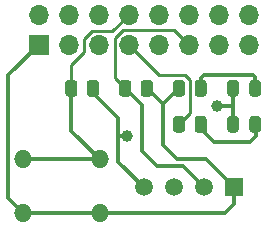
<source format=gtl>
%TF.GenerationSoftware,KiCad,Pcbnew,(5.1.9)-1*%
%TF.CreationDate,2022-01-01T15:49:24-06:00*%
%TF.ProjectId,RaspberryPiHAT,52617370-6265-4727-9279-50694841542e,1*%
%TF.SameCoordinates,Original*%
%TF.FileFunction,Copper,L1,Top*%
%TF.FilePolarity,Positive*%
%FSLAX46Y46*%
G04 Gerber Fmt 4.6, Leading zero omitted, Abs format (unit mm)*
G04 Created by KiCad (PCBNEW (5.1.9)-1) date 2022-01-01 15:49:24*
%MOMM*%
%LPD*%
G01*
G04 APERTURE LIST*
%TA.AperFunction,ComponentPad*%
%ADD10O,1.700000X1.700000*%
%TD*%
%TA.AperFunction,ComponentPad*%
%ADD11R,1.700000X1.700000*%
%TD*%
%TA.AperFunction,ComponentPad*%
%ADD12O,1.524000X1.524000*%
%TD*%
%TA.AperFunction,ComponentPad*%
%ADD13R,1.500000X1.500000*%
%TD*%
%TA.AperFunction,ComponentPad*%
%ADD14C,1.500000*%
%TD*%
%TA.AperFunction,ViaPad*%
%ADD15C,1.000000*%
%TD*%
%TA.AperFunction,Conductor*%
%ADD16C,0.300000*%
%TD*%
%TA.AperFunction,Conductor*%
%ADD17C,0.250000*%
%TD*%
G04 APERTURE END LIST*
D10*
%TO.P,J1,16*%
%TO.N,Net-(J1-Pad16)*%
X222885000Y-60579000D03*
%TO.P,J1,15*%
%TO.N,Net-(J1-Pad15)*%
X222885000Y-63119000D03*
%TO.P,J1,14*%
%TO.N,Net-(J1-Pad14)*%
X220345000Y-60579000D03*
%TO.P,J1,13*%
%TO.N,Net-(J1-Pad13)*%
X220345000Y-63119000D03*
%TO.P,J1,12*%
%TO.N,Net-(J1-Pad12)*%
X217805000Y-60579000D03*
%TO.P,J1,11*%
%TO.N,Net-(J1-Pad11)*%
X217805000Y-63119000D03*
%TO.P,J1,10*%
%TO.N,Net-(J1-Pad10)*%
X215265000Y-60579000D03*
%TO.P,J1,9*%
%TO.N,GND*%
X215265000Y-63119000D03*
%TO.P,J1,8*%
%TO.N,/button_input*%
X212725000Y-60579000D03*
%TO.P,J1,7*%
%TO.N,Net-(J1-Pad7)*%
X212725000Y-63119000D03*
%TO.P,J1,6*%
%TO.N,GND*%
X210185000Y-60579000D03*
%TO.P,J1,5*%
%TO.N,Net-(J1-Pad5)*%
X210185000Y-63119000D03*
%TO.P,J1,4*%
%TO.N,Net-(J1-Pad4)*%
X207645000Y-60579000D03*
%TO.P,J1,3*%
%TO.N,Net-(J1-Pad3)*%
X207645000Y-63119000D03*
%TO.P,J1,2*%
%TO.N,Net-(J1-Pad2)*%
X205105000Y-60579000D03*
D11*
%TO.P,J1,1*%
%TO.N,/3V3*%
X205105000Y-63119000D03*
%TD*%
%TO.P,D1,1*%
%TO.N,GND*%
%TA.AperFunction,SMDPad,CuDef*%
G36*
G01*
X221079000Y-70306250D02*
X221079000Y-69393750D01*
G75*
G02*
X221322750Y-69150000I243750J0D01*
G01*
X221810250Y-69150000D01*
G75*
G02*
X222054000Y-69393750I0J-243750D01*
G01*
X222054000Y-70306250D01*
G75*
G02*
X221810250Y-70550000I-243750J0D01*
G01*
X221322750Y-70550000D01*
G75*
G02*
X221079000Y-70306250I0J243750D01*
G01*
G37*
%TD.AperFunction*%
%TO.P,D1,2*%
%TO.N,Net-(D1-Pad2)*%
%TA.AperFunction,SMDPad,CuDef*%
G36*
G01*
X222954000Y-70306250D02*
X222954000Y-69393750D01*
G75*
G02*
X223197750Y-69150000I243750J0D01*
G01*
X223685250Y-69150000D01*
G75*
G02*
X223929000Y-69393750I0J-243750D01*
G01*
X223929000Y-70306250D01*
G75*
G02*
X223685250Y-70550000I-243750J0D01*
G01*
X223197750Y-70550000D01*
G75*
G02*
X222954000Y-70306250I0J243750D01*
G01*
G37*
%TD.AperFunction*%
%TD*%
%TO.P,D2,1*%
%TO.N,GND*%
%TA.AperFunction,SMDPad,CuDef*%
G36*
G01*
X221079000Y-67258250D02*
X221079000Y-66345750D01*
G75*
G02*
X221322750Y-66102000I243750J0D01*
G01*
X221810250Y-66102000D01*
G75*
G02*
X222054000Y-66345750I0J-243750D01*
G01*
X222054000Y-67258250D01*
G75*
G02*
X221810250Y-67502000I-243750J0D01*
G01*
X221322750Y-67502000D01*
G75*
G02*
X221079000Y-67258250I0J243750D01*
G01*
G37*
%TD.AperFunction*%
%TO.P,D2,2*%
%TO.N,Net-(D2-Pad2)*%
%TA.AperFunction,SMDPad,CuDef*%
G36*
G01*
X222954000Y-67258250D02*
X222954000Y-66345750D01*
G75*
G02*
X223197750Y-66102000I243750J0D01*
G01*
X223685250Y-66102000D01*
G75*
G02*
X223929000Y-66345750I0J-243750D01*
G01*
X223929000Y-67258250D01*
G75*
G02*
X223685250Y-67502000I-243750J0D01*
G01*
X223197750Y-67502000D01*
G75*
G02*
X222954000Y-67258250I0J243750D01*
G01*
G37*
%TD.AperFunction*%
%TD*%
%TO.P,R1,2*%
%TO.N,GND*%
%TA.AperFunction,SMDPad,CuDef*%
G36*
G01*
X209188000Y-67252001D02*
X209188000Y-66351999D01*
G75*
G02*
X209437999Y-66102000I249999J0D01*
G01*
X209963001Y-66102000D01*
G75*
G02*
X210213000Y-66351999I0J-249999D01*
G01*
X210213000Y-67252001D01*
G75*
G02*
X209963001Y-67502000I-249999J0D01*
G01*
X209437999Y-67502000D01*
G75*
G02*
X209188000Y-67252001I0J249999D01*
G01*
G37*
%TD.AperFunction*%
%TO.P,R1,1*%
%TO.N,/button_input*%
%TA.AperFunction,SMDPad,CuDef*%
G36*
G01*
X207363000Y-67252001D02*
X207363000Y-66351999D01*
G75*
G02*
X207612999Y-66102000I249999J0D01*
G01*
X208138001Y-66102000D01*
G75*
G02*
X208388000Y-66351999I0J-249999D01*
G01*
X208388000Y-67252001D01*
G75*
G02*
X208138001Y-67502000I-249999J0D01*
G01*
X207612999Y-67502000D01*
G75*
G02*
X207363000Y-67252001I0J249999D01*
G01*
G37*
%TD.AperFunction*%
%TD*%
%TO.P,R2,1*%
%TO.N,Net-(J1-Pad11)*%
%TA.AperFunction,SMDPad,CuDef*%
G36*
G01*
X211921666Y-67252001D02*
X211921666Y-66351999D01*
G75*
G02*
X212171665Y-66102000I249999J0D01*
G01*
X212696667Y-66102000D01*
G75*
G02*
X212946666Y-66351999I0J-249999D01*
G01*
X212946666Y-67252001D01*
G75*
G02*
X212696667Y-67502000I-249999J0D01*
G01*
X212171665Y-67502000D01*
G75*
G02*
X211921666Y-67252001I0J249999D01*
G01*
G37*
%TD.AperFunction*%
%TO.P,R2,2*%
%TO.N,/3V3*%
%TA.AperFunction,SMDPad,CuDef*%
G36*
G01*
X213746666Y-67252001D02*
X213746666Y-66351999D01*
G75*
G02*
X213996665Y-66102000I249999J0D01*
G01*
X214521667Y-66102000D01*
G75*
G02*
X214771666Y-66351999I0J-249999D01*
G01*
X214771666Y-67252001D01*
G75*
G02*
X214521667Y-67502000I-249999J0D01*
G01*
X213996665Y-67502000D01*
G75*
G02*
X213746666Y-67252001I0J249999D01*
G01*
G37*
%TD.AperFunction*%
%TD*%
%TO.P,R3,2*%
%TO.N,Net-(D1-Pad2)*%
%TA.AperFunction,SMDPad,CuDef*%
G36*
G01*
X218305332Y-70300001D02*
X218305332Y-69399999D01*
G75*
G02*
X218555331Y-69150000I249999J0D01*
G01*
X219080333Y-69150000D01*
G75*
G02*
X219330332Y-69399999I0J-249999D01*
G01*
X219330332Y-70300001D01*
G75*
G02*
X219080333Y-70550000I-249999J0D01*
G01*
X218555331Y-70550000D01*
G75*
G02*
X218305332Y-70300001I0J249999D01*
G01*
G37*
%TD.AperFunction*%
%TO.P,R3,1*%
%TO.N,Net-(J1-Pad7)*%
%TA.AperFunction,SMDPad,CuDef*%
G36*
G01*
X216480332Y-70300001D02*
X216480332Y-69399999D01*
G75*
G02*
X216730331Y-69150000I249999J0D01*
G01*
X217255333Y-69150000D01*
G75*
G02*
X217505332Y-69399999I0J-249999D01*
G01*
X217505332Y-70300001D01*
G75*
G02*
X217255333Y-70550000I-249999J0D01*
G01*
X216730331Y-70550000D01*
G75*
G02*
X216480332Y-70300001I0J249999D01*
G01*
G37*
%TD.AperFunction*%
%TD*%
%TO.P,R4,2*%
%TO.N,Net-(D2-Pad2)*%
%TA.AperFunction,SMDPad,CuDef*%
G36*
G01*
X218305332Y-67252001D02*
X218305332Y-66351999D01*
G75*
G02*
X218555331Y-66102000I249999J0D01*
G01*
X219080333Y-66102000D01*
G75*
G02*
X219330332Y-66351999I0J-249999D01*
G01*
X219330332Y-67252001D01*
G75*
G02*
X219080333Y-67502000I-249999J0D01*
G01*
X218555331Y-67502000D01*
G75*
G02*
X218305332Y-67252001I0J249999D01*
G01*
G37*
%TD.AperFunction*%
%TO.P,R4,1*%
%TO.N,/3V3*%
%TA.AperFunction,SMDPad,CuDef*%
G36*
G01*
X216480332Y-67252001D02*
X216480332Y-66351999D01*
G75*
G02*
X216730331Y-66102000I249999J0D01*
G01*
X217255333Y-66102000D01*
G75*
G02*
X217505332Y-66351999I0J-249999D01*
G01*
X217505332Y-67252001D01*
G75*
G02*
X217255333Y-67502000I-249999J0D01*
G01*
X216730331Y-67502000D01*
G75*
G02*
X216480332Y-67252001I0J249999D01*
G01*
G37*
%TD.AperFunction*%
%TD*%
D12*
%TO.P,SW1,2*%
%TO.N,/button_input*%
X203758800Y-72798800D03*
X210261200Y-72798800D03*
%TO.P,SW1,1*%
%TO.N,/3V3*%
X203758800Y-77320000D03*
X210261200Y-77320000D03*
%TD*%
D13*
%TO.P,U1,1*%
%TO.N,/3V3*%
X221627500Y-75184000D03*
D14*
%TO.P,U1,2*%
%TO.N,Net-(J1-Pad11)*%
X219087500Y-75184000D03*
%TO.P,U1,3*%
%TO.N,Net-(U1-Pad3)*%
X216547500Y-75184000D03*
%TO.P,U1,4*%
%TO.N,GND*%
X214007500Y-75184000D03*
%TD*%
D15*
%TO.N,GND*%
X212598000Y-70866000D03*
X220169500Y-68277500D03*
%TD*%
D16*
%TO.N,GND*%
X211836000Y-73012500D02*
X214007500Y-75184000D01*
X211836000Y-70866000D02*
X212598000Y-70866000D01*
X211836000Y-70866000D02*
X211836000Y-73012500D01*
X211836000Y-69342000D02*
X211836000Y-70866000D01*
X209700500Y-67206500D02*
X211836000Y-69342000D01*
X209700500Y-66802000D02*
X209700500Y-67206500D01*
X221566500Y-66802000D02*
X221566500Y-68277500D01*
X221566500Y-68277500D02*
X221566500Y-69850000D01*
X220169500Y-68277500D02*
X219885500Y-68277500D01*
X220169500Y-68277500D02*
X221566500Y-68277500D01*
%TO.N,Net-(D1-Pad2)*%
X223520000Y-69850000D02*
X223520000Y-70866000D01*
X223520000Y-70866000D02*
X223012000Y-71374000D01*
X223012000Y-71374000D02*
X219964000Y-71374000D01*
X219208832Y-70618832D02*
X219208832Y-69850000D01*
X219964000Y-71374000D02*
X219208832Y-70618832D01*
%TO.N,Net-(D2-Pad2)*%
X218817832Y-65916168D02*
X218817832Y-66802000D01*
X219082010Y-65651990D02*
X218817832Y-65916168D01*
X223258990Y-65651990D02*
X219082010Y-65651990D01*
X223441500Y-65834500D02*
X223258990Y-65651990D01*
X223441500Y-66802000D02*
X223441500Y-65834500D01*
%TO.N,/3V3*%
X205105000Y-63119000D02*
X205720998Y-63119000D01*
X221627500Y-75184000D02*
X221627500Y-76593500D01*
X221627500Y-76593500D02*
X220901000Y-77320000D01*
X210261200Y-77320000D02*
X203758800Y-77320000D01*
X202546799Y-76107999D02*
X202546799Y-65677201D01*
X202546799Y-65677201D02*
X205105000Y-63119000D01*
X203758800Y-77320000D02*
X202546799Y-76107999D01*
X220901000Y-77320000D02*
X210261200Y-77320000D01*
X219249490Y-72805990D02*
X216823990Y-72805990D01*
X221627500Y-75184000D02*
X219249490Y-72805990D01*
X216823990Y-72805990D02*
X215646000Y-71628000D01*
X215646000Y-68148832D02*
X216992832Y-66802000D01*
X215646000Y-71628000D02*
X215646000Y-68148832D01*
X215605998Y-68148832D02*
X214259166Y-66802000D01*
X215646000Y-68148832D02*
X215605998Y-68148832D01*
D17*
%TO.N,Net-(J1-Pad7)*%
X217930342Y-68912490D02*
X216992832Y-69850000D01*
X217930342Y-66072398D02*
X217930342Y-68912490D01*
X217534934Y-65676990D02*
X217930342Y-66072398D01*
X215282990Y-65676990D02*
X217534934Y-65676990D01*
X212725000Y-63119000D02*
X215282990Y-65676990D01*
D16*
%TO.N,/button_input*%
X203758800Y-72798800D02*
X210261200Y-72798800D01*
X207875500Y-70413100D02*
X210261200Y-72798800D01*
X207875500Y-66802000D02*
X207875500Y-70413100D01*
D17*
X207875500Y-66802000D02*
X207875500Y-64793500D01*
X207875500Y-64793500D02*
X208915000Y-63754000D01*
X211360001Y-61943999D02*
X212725000Y-60579000D01*
X209620999Y-61943999D02*
X211360001Y-61943999D01*
X208915000Y-62649998D02*
X209620999Y-61943999D01*
X208915000Y-63754000D02*
X208915000Y-62649998D01*
D16*
%TO.N,Net-(J1-Pad11)*%
X212434166Y-66802000D02*
X212434166Y-67400166D01*
X219087500Y-74815500D02*
X219087500Y-75184000D01*
X213868000Y-68235834D02*
X212434166Y-66802000D01*
X215138000Y-73406000D02*
X213868000Y-72136000D01*
X213868000Y-72136000D02*
X213868000Y-68235834D01*
X217309500Y-73406000D02*
X215138000Y-73406000D01*
X219087500Y-75184000D02*
X217309500Y-73406000D01*
X212434166Y-66802000D02*
X212556700Y-66802000D01*
D17*
X211549999Y-65917833D02*
X211549999Y-62516001D01*
X212434166Y-66802000D02*
X211549999Y-65917833D01*
X216529999Y-61843999D02*
X217805000Y-63119000D01*
X212222001Y-61843999D02*
X216529999Y-61843999D01*
X211549999Y-62516001D02*
X212222001Y-61843999D01*
%TD*%
M02*

</source>
